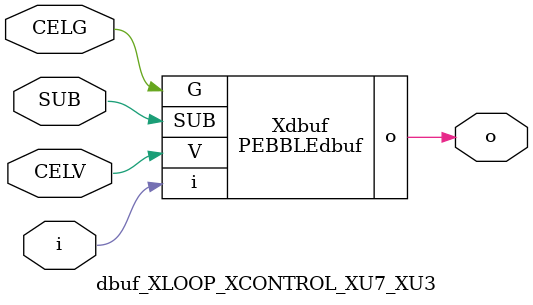
<source format=v>



module PEBBLEdbuf ( o, G, SUB, V, i );

  input V;
  input i;
  input G;
  output o;
  input SUB;
endmodule

//Celera Confidential Do Not Copy dbuf_XLOOP_XCONTROL_XU7_XU3
//Celera Confidential Symbol Generator
//Digital Buffer
module dbuf_XLOOP_XCONTROL_XU7_XU3 (CELV,CELG,i,o,SUB);
input CELV;
input CELG;
input i;
input SUB;
output o;

//Celera Confidential Do Not Copy dbuf
PEBBLEdbuf Xdbuf(
.V (CELV),
.i (i),
.o (o),
.SUB (SUB),
.G (CELG)
);
//,diesize,PEBBLEdbuf

//Celera Confidential Do Not Copy Module End
//Celera Schematic Generator
endmodule

</source>
